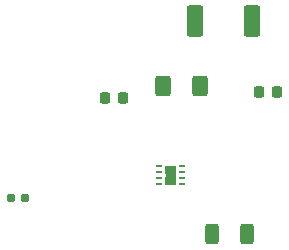
<source format=gbr>
%TF.GenerationSoftware,KiCad,Pcbnew,9.0.6*%
%TF.CreationDate,2025-11-11T17:34:41+05:30*%
%TF.ProjectId,battery_circuit,62617474-6572-4795-9f63-697263756974,rev?*%
%TF.SameCoordinates,Original*%
%TF.FileFunction,Paste,Top*%
%TF.FilePolarity,Positive*%
%FSLAX46Y46*%
G04 Gerber Fmt 4.6, Leading zero omitted, Abs format (unit mm)*
G04 Created by KiCad (PCBNEW 9.0.6) date 2025-11-11 17:34:41*
%MOMM*%
%LPD*%
G01*
G04 APERTURE LIST*
G04 Aperture macros list*
%AMRoundRect*
0 Rectangle with rounded corners*
0 $1 Rounding radius*
0 $2 $3 $4 $5 $6 $7 $8 $9 X,Y pos of 4 corners*
0 Add a 4 corners polygon primitive as box body*
4,1,4,$2,$3,$4,$5,$6,$7,$8,$9,$2,$3,0*
0 Add four circle primitives for the rounded corners*
1,1,$1+$1,$2,$3*
1,1,$1+$1,$4,$5*
1,1,$1+$1,$6,$7*
1,1,$1+$1,$8,$9*
0 Add four rect primitives between the rounded corners*
20,1,$1+$1,$2,$3,$4,$5,0*
20,1,$1+$1,$4,$5,$6,$7,0*
20,1,$1+$1,$6,$7,$8,$9,0*
20,1,$1+$1,$8,$9,$2,$3,0*%
G04 Aperture macros list end*
%ADD10C,0.000000*%
%ADD11RoundRect,0.225000X-0.225000X-0.250000X0.225000X-0.250000X0.225000X0.250000X-0.225000X0.250000X0*%
%ADD12RoundRect,0.250000X-0.312500X-0.625000X0.312500X-0.625000X0.312500X0.625000X-0.312500X0.625000X0*%
%ADD13R,0.499999X0.249999*%
%ADD14R,0.900001X1.599999*%
%ADD15RoundRect,0.250000X-0.400000X-0.625000X0.400000X-0.625000X0.400000X0.625000X-0.400000X0.625000X0*%
%ADD16RoundRect,0.160000X-0.197500X-0.160000X0.197500X-0.160000X0.197500X0.160000X-0.197500X0.160000X0*%
%ADD17RoundRect,0.249999X-0.450001X-1.075001X0.450001X-1.075001X0.450001X1.075001X-0.450001X1.075001X0*%
G04 APERTURE END LIST*
D10*
%TO.C,U1*%
G36*
X142410561Y-106750940D02*
G01*
X142419753Y-106753729D01*
X142428224Y-106758258D01*
X142435648Y-106764351D01*
X142441742Y-106771776D01*
X142446270Y-106780246D01*
X142449059Y-106789439D01*
X142450002Y-106798999D01*
X142450002Y-107401000D01*
X142449059Y-107410560D01*
X142446270Y-107419752D01*
X142441742Y-107428223D01*
X142435648Y-107435648D01*
X142428224Y-107441741D01*
X142419753Y-107446270D01*
X142410561Y-107449059D01*
X142401000Y-107450001D01*
X141599000Y-107450001D01*
X141589439Y-107449059D01*
X141580247Y-107446270D01*
X141571776Y-107441741D01*
X141564352Y-107435648D01*
X141558258Y-107428223D01*
X141553730Y-107419752D01*
X141550941Y-107410560D01*
X141549998Y-107401000D01*
X141549998Y-106798999D01*
X141550941Y-106789439D01*
X141553730Y-106780246D01*
X141558258Y-106771776D01*
X141564352Y-106764351D01*
X141571776Y-106758258D01*
X141580247Y-106753729D01*
X141589439Y-106750940D01*
X141599000Y-106750000D01*
X142401000Y-106750000D01*
X142410561Y-106750940D01*
G37*
G36*
X142410561Y-107650938D02*
G01*
X142419753Y-107653727D01*
X142428224Y-107658256D01*
X142435648Y-107664349D01*
X142441742Y-107671774D01*
X142446270Y-107680245D01*
X142449059Y-107689437D01*
X142450002Y-107698997D01*
X142450002Y-108300998D01*
X142449059Y-108310558D01*
X142446270Y-108319751D01*
X142441742Y-108328222D01*
X142435648Y-108335646D01*
X142428224Y-108341739D01*
X142419753Y-108346268D01*
X142410561Y-108349057D01*
X142401000Y-108349999D01*
X141599000Y-108349999D01*
X141589439Y-108349057D01*
X141580247Y-108346268D01*
X141571776Y-108341739D01*
X141564352Y-108335646D01*
X141558258Y-108328222D01*
X141553730Y-108319751D01*
X141550941Y-108310558D01*
X141549998Y-108300998D01*
X141549998Y-107698997D01*
X141550941Y-107689437D01*
X141553730Y-107680245D01*
X141558258Y-107671774D01*
X141564352Y-107664349D01*
X141571776Y-107658256D01*
X141580247Y-107653727D01*
X141589439Y-107650938D01*
X141599000Y-107649998D01*
X142401000Y-107649998D01*
X142410561Y-107650938D01*
G37*
%TD*%
D11*
%TO.C,C1*%
X136450000Y-101000000D03*
X138000000Y-101000000D03*
%TD*%
D12*
%TO.C,R1*%
X145537500Y-112500000D03*
X148462500Y-112500000D03*
%TD*%
D13*
%TO.C,U1*%
X141049999Y-106799998D03*
X141049999Y-107299996D03*
X141049999Y-107799998D03*
X141049999Y-108299997D03*
X142950001Y-108299997D03*
X142950001Y-107799998D03*
X142950001Y-107299996D03*
X142950001Y-106799998D03*
D14*
X142000000Y-107549996D03*
%TD*%
D11*
%TO.C,C2*%
X149500000Y-100500000D03*
X151050000Y-100500000D03*
%TD*%
D15*
%TO.C,R2*%
X141400000Y-100000000D03*
X144500000Y-100000000D03*
%TD*%
D16*
%TO.C,R6*%
X128500000Y-109500000D03*
X129695000Y-109500000D03*
%TD*%
D17*
%TO.C,R3*%
X144100000Y-94500000D03*
X148900000Y-94500000D03*
%TD*%
M02*

</source>
